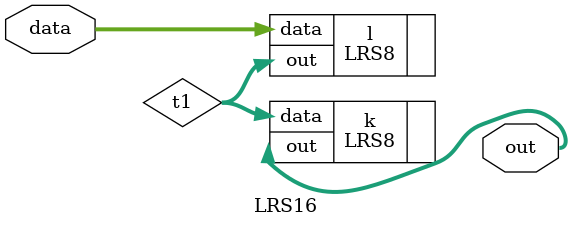
<source format=v>
module LRS16 (input [31:0] data, output [31:0] out);
  
   wire [31:0] t1; 
   LRS8 l(.data(data),.out(t1));
   LRS8 k(.data(t1),.out(out));
   
endmodule 

</source>
